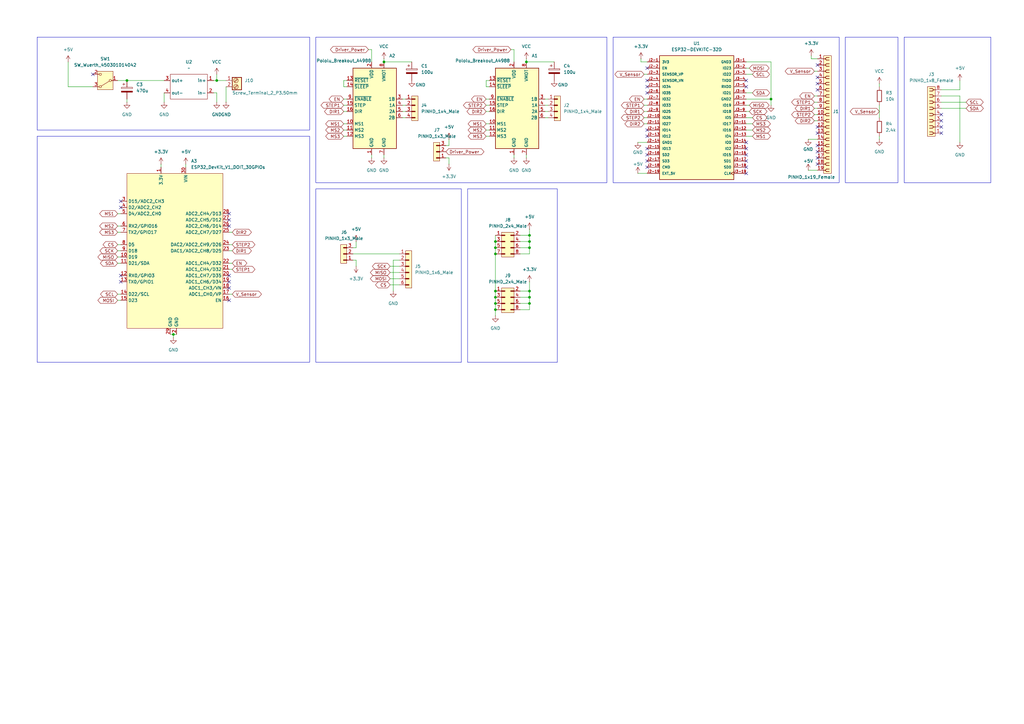
<source format=kicad_sch>
(kicad_sch (version 20250114) (generator "eeschema") (generator_version "9.0")
  (paper "A3")
  (lib_symbols
    (symbol "Driver_Motor:Pololu_Breakout_A4988"
      (property "Reference" "A" (at -2.54 19.05 0))
      (property "Value" "Pololu_Breakout_A4988" (at -2.54 16.51 0))
      (symbol "Pololu_Breakout_A4988_1_1"
        (pin input line (at -10.16 10.16 0) (length 2.54) (name "~{RESET}") (number "13"))
        (pin input line (at -10.16 7.62 0) (length 2.54) (name "~{SLEEP}") (number "14"))
        (pin input line (at -10.16 2.54 0) (length 2.54) (name "~{ENABLE}") (number "9"))
        (pin input line (at -10.16 0 0) (length 2.54) (name "STEP") (number "15"))
        (pin input line (at -10.16 -2.54 0) (length 2.54) (name "DIR") (number "16"))
        (pin input line (at -10.16 -7.62 0) (length 2.54) (name "MS1") (number "10"))
        (pin input line (at -10.16 -10.16 0) (length 2.54) (name "MS2") (number "11"))
        (pin input line (at -10.16 -12.7 0) (length 2.54) (name "MS3") (number "12"))
        (pin power_in line (at 0 17.78 270) (length 2.54) (name "VDD") (number "2"))
        (pin power_in line (at 0 -20.32 90) (length 2.54) (name "GND") (number "1"))
        (pin power_in line (at 5.08 17.78 270) (length 2.54) (name "VMOT") (number "8"))
        (pin power_in line (at 5.08 -20.32 90) (length 2.54) (name "GND") (number "7"))
        (pin output line (at 12.7 2.54 180) (length 2.54) (name "1B") (number "3"))
        (pin output line (at 12.7 0 180) (length 2.54) (name "1A") (number "4"))
        (pin output line (at 12.7 -2.54 180) (length 2.54) (name "2A") (number "5"))
        (pin output line (at 12.7 -5.08 180) (length 2.54) (name "2B") (number "6"))
      )
    )
    (symbol "ESP32-DEVKITC-32D1:ESP32-DEVKITC-32D" (pin_names (offset 1.016))
      (property "Reference" "U" (at -15.2572 26.0643 0))
      (property "Value" "ESP32-DEVKITC-32D" (at -15.2563 -27.9698 0))
      (symbol "ESP32-DEVKITC-32D_0_0"
        (pin power_in line (at -20.32 22.86 0) (length 5.08) (name "3V3") (number "J2-1"))
        (pin input line (at -20.32 20.32 0) (length 5.08) (name "EN") (number "J2-2"))
        (pin input line (at -20.32 17.78 0) (length 5.08) (name "SENSOR_VP") (number "J2-3"))
        (pin input line (at -20.32 15.24 0) (length 5.08) (name "SENSOR_VN") (number "J2-4"))
        (pin bidirectional line (at -20.32 12.7 0) (length 5.08) (name "IO34") (number "J2-5"))
        (pin bidirectional line (at -20.32 10.16 0) (length 5.08) (name "IO35") (number "J2-6"))
        (pin bidirectional line (at -20.32 7.62 0) (length 5.08) (name "IO32") (number "J2-7"))
        (pin bidirectional line (at -20.32 5.08 0) (length 5.08) (name "IO33") (number "J2-8"))
        (pin bidirectional line (at -20.32 2.54 0) (length 5.08) (name "IO25") (number "J2-9"))
        (pin bidirectional line (at -20.32 0 0) (length 5.08) (name "IO26") (number "J2-10"))
        (pin bidirectional line (at -20.32 -2.54 0) (length 5.08) (name "IO27") (number "J2-11"))
        (pin bidirectional line (at -20.32 -5.08 0) (length 5.08) (name "IO14") (number "J2-12"))
        (pin bidirectional line (at -20.32 -7.62 0) (length 5.08) (name "IO12") (number "J2-13"))
        (pin power_in line (at -20.32 -10.16 0) (length 5.08) (name "GND1") (number "J2-14"))
        (pin bidirectional line (at -20.32 -12.7 0) (length 5.08) (name "IO13") (number "J2-15"))
        (pin bidirectional line (at -20.32 -15.24 0) (length 5.08) (name "SD2") (number "J2-16"))
        (pin bidirectional line (at -20.32 -17.78 0) (length 5.08) (name "SD3") (number "J2-17"))
        (pin bidirectional line (at -20.32 -20.32 0) (length 5.08) (name "CMD") (number "J2-18"))
        (pin power_in line (at -20.32 -22.86 0) (length 5.08) (name "EXT_5V") (number "J2-19"))
        (pin power_in line (at 20.32 22.86 180) (length 5.08) (name "GND3") (number "J3-1"))
        (pin bidirectional line (at 20.32 20.32 180) (length 5.08) (name "IO23") (number "J3-2"))
        (pin bidirectional line (at 20.32 17.78 180) (length 5.08) (name "IO22") (number "J3-3"))
        (pin output line (at 20.32 15.24 180) (length 5.08) (name "TXD0") (number "J3-4"))
        (pin input line (at 20.32 12.7 180) (length 5.08) (name "RXD0") (number "J3-5"))
        (pin bidirectional line (at 20.32 10.16 180) (length 5.08) (name "IO21") (number "J3-6"))
        (pin power_in line (at 20.32 7.62 180) (length 5.08) (name "GND2") (number "J3-7"))
        (pin bidirectional line (at 20.32 5.08 180) (length 5.08) (name "IO19") (number "J3-8"))
        (pin bidirectional line (at 20.32 2.54 180) (length 5.08) (name "IO18") (number "J3-9"))
        (pin bidirectional line (at 20.32 0 180) (length 5.08) (name "IO5") (number "J3-10"))
        (pin bidirectional line (at 20.32 -2.54 180) (length 5.08) (name "IO17") (number "J3-11"))
        (pin bidirectional line (at 20.32 -5.08 180) (length 5.08) (name "IO16") (number "J3-12"))
        (pin bidirectional line (at 20.32 -7.62 180) (length 5.08) (name "IO4") (number "J3-13"))
        (pin bidirectional line (at 20.32 -10.16 180) (length 5.08) (name "IO0") (number "J3-14"))
        (pin bidirectional line (at 20.32 -12.7 180) (length 5.08) (name "IO2") (number "J3-15"))
        (pin bidirectional line (at 20.32 -15.24 180) (length 5.08) (name "IO15") (number "J3-16"))
        (pin bidirectional line (at 20.32 -17.78 180) (length 5.08) (name "SD1") (number "J3-17"))
        (pin bidirectional line (at 20.32 -20.32 180) (length 5.08) (name "SD0") (number "J3-18"))
        (pin input clock (at 20.32 -22.86 180) (length 5.08) (name "CLK") (number "J3-19"))
      )
    )
    (symbol "PCM_Capacitor_AKL:CP_Radial_D5.0mm_P2.50mm" (pin_numbers (hide yes)) (pin_names (offset 0.254))
      (property "Reference" "C" (at 0.635 2.54 0))
      (property "Value" "CP_Radial_D5.0mm_P2.50mm" (at 0.635 -2.54 0))
      (symbol "CP_Radial_D5.0mm_P2.50mm_1_1"
        (pin passive line (at 0 3.81 270) (length 2.794) (name "~") (number "1"))
        (pin passive line (at 0 -3.81 90) (length 2.794) (name "~") (number "2"))
      )
      (symbol "CP_Radial_D5.0mm_P2.50mm_1_2"
        (pin passive line (at -2.54 -2.54 90) (length 0) (name "~") (number "2"))
        (pin passive line (at 2.54 2.54 270) (length 0) (name "~") (number "1"))
      )
    )
    (symbol "PCM_SL_Development_Board:ESP32_DevKit_V1_DOIT_30GPIOs"
      (property "Reference" "A" (at -11.43 34.29 0))
      (property "Value" "ESP32_DevKit_V1_DOIT_30GPIOs" (at 2.54 -22.86 0))
      (symbol "ESP32_DevKit_V1_DOIT_30GPIOs_1_1"
        (pin bidirectional line (at -21.59 21.59 0) (length 2.54) (name "D15/ADC2_CH3") (number "3"))
        (pin bidirectional line (at -21.59 19.05 0) (length 2.54) (name "D2/ADC2_CH2") (number "4"))
        (pin bidirectional line (at -21.59 16.51 0) (length 2.54) (name "D4/ADC2_CH0") (number "5"))
        (pin bidirectional line (at -21.59 11.43 0) (length 2.54) (name "RX2/GPIO16") (number "6"))
        (pin bidirectional line (at -21.59 8.89 0) (length 2.54) (name "TX2/GPIO17") (number "7"))
        (pin bidirectional line (at -21.59 3.81 0) (length 2.54) (name "D5") (number "8"))
        (pin bidirectional line (at -21.59 1.27 0) (length 2.54) (name "D18") (number "9"))
        (pin bidirectional line (at -21.59 -1.27 0) (length 2.54) (name "D19") (number "10"))
        (pin bidirectional line (at -21.59 -3.81 0) (length 2.54) (name "D21/SDA") (number "11"))
        (pin bidirectional line (at -21.59 -8.89 0) (length 2.54) (name "RX0/GPIO3") (number "12"))
        (pin bidirectional line (at -21.59 -11.43 0) (length 2.54) (name "TX0/GPIO1") (number "13"))
        (pin bidirectional line (at -21.59 -16.51 0) (length 2.54) (name "D22/SCL") (number "14"))
        (pin bidirectional line (at -21.59 -19.05 0) (length 2.54) (name "D23") (number "15"))
        (pin power_in line (at -5.08 35.56 270) (length 2.54) (name "3.3V") (number "1"))
        (pin power_in line (at -1.27 -33.02 90) (length 2.54) (name "GND") (number "29"))
        (pin power_in line (at 1.27 -33.02 90) (length 2.54) (name "GND") (number "2"))
        (pin power_in line (at 5.08 35.56 270) (length 2.54) (name "VIN") (number "30"))
        (pin bidirectional line (at 22.86 16.51 180) (length 2.54) (name "ADC2_CH4/D13") (number "28"))
        (pin bidirectional line (at 22.86 13.97 180) (length 2.54) (name "ADC2_CH5/D12") (number "27"))
        (pin bidirectional line (at 22.86 11.43 180) (length 2.54) (name "ADC2_CH6/D14") (number "26"))
        (pin bidirectional line (at 22.86 8.89 180) (length 2.54) (name "ADC2_CH7/D27") (number "25"))
        (pin bidirectional line (at 22.86 3.81 180) (length 2.54) (name "DAC2/ADC2_CH9/D26") (number "24"))
        (pin bidirectional line (at 22.86 1.27 180) (length 2.54) (name "DAC1/ADC2_CH8/D25") (number "23"))
        (pin bidirectional line (at 22.86 -3.81 180) (length 2.54) (name "ADC1_CH4/D32") (number "22"))
        (pin bidirectional line (at 22.86 -6.35 180) (length 2.54) (name "ADC1_CH4/D32") (number "21"))
        (pin bidirectional line (at 22.86 -8.89 180) (length 2.54) (name "ADC1_CH7/D35") (number "20"))
        (pin bidirectional line (at 22.86 -11.43 180) (length 2.54) (name "ADC1_CH6/D34") (number "19"))
        (pin bidirectional line (at 22.86 -13.97 180) (length 2.54) (name "ADC1_CH3/VN") (number "18"))
        (pin bidirectional line (at 22.86 -16.51 180) (length 2.54) (name "ADC1_CH0/VP") (number "17"))
        (pin bidirectional line (at 22.86 -19.05 180) (length 2.54) (name "EN") (number "16"))
      )
    )
    (symbol "PCM_SL_Pin_Headers:PINHD_1x19_Female"
      (property "Reference" "J" (at 0 29.21 0))
      (property "Value" "PINHD_1x19_Female" (at 0 26.67 0))
      (symbol "PINHD_1x19_Female_1_1"
        (pin passive line (at -3.81 22.86 0) (length 2.54) (name "") (number "1"))
        (pin passive line (at -3.81 20.32 0) (length 2.54) (name "") (number "2"))
        (pin passive line (at -3.81 17.78 0) (length 2.54) (name "") (number "3"))
        (pin passive line (at -3.81 15.24 0) (length 2.54) (name "") (number "4"))
        (pin passive line (at -3.81 12.7 0) (length 2.54) (name "") (number "5"))
        (pin passive line (at -3.81 10.16 0) (length 2.54) (name "") (number "6"))
        (pin passive line (at -3.81 7.62 0) (length 2.54) (name "") (number "7"))
        (pin passive line (at -3.81 5.08 0) (length 2.54) (name "") (number "8"))
        (pin passive line (at -3.81 2.54 0) (length 2.54) (name "") (number "9"))
        (pin passive line (at -3.81 0 0) (length 2.54) (name "") (number "10"))
        (pin passive line (at -3.81 -2.54 0) (length 2.54) (name "") (number "11"))
        (pin passive line (at -3.81 -5.08 0) (length 2.54) (name "") (number "12"))
        (pin passive line (at -3.81 -7.62 0) (length 2.54) (name "") (number "13"))
        (pin passive line (at -3.81 -10.16 0) (length 2.54) (name "") (number "14"))
        (pin passive line (at -3.81 -12.7 0) (length 2.54) (name "") (number "15"))
        (pin passive line (at -3.81 -15.24 0) (length 2.54) (name "") (number "16"))
        (pin passive line (at -3.81 -17.78 0) (length 2.54) (name "") (number "17"))
        (pin passive line (at -3.81 -20.32 0) (length 2.54) (name "") (number "18"))
        (pin passive line (at -3.81 -22.86 0) (length 2.54) (name "") (number "19"))
      )
    )
    (symbol "PCM_SL_Pin_Headers:PINHD_1x3_Male"
      (property "Reference" "J" (at 0 7.62 0))
      (property "Value" "PINHD_1x3_Male" (at 0 5.08 0))
      (symbol "PINHD_1x3_Male_1_1"
        (pin passive line (at -3.81 2.54 0) (length 2.54) (name "") (number "1"))
        (pin passive line (at -3.81 0 0) (length 2.54) (name "") (number "2"))
        (pin passive line (at -3.81 -2.54 0) (length 2.54) (name "") (number "3"))
      )
    )
    (symbol "PCM_SL_Pin_Headers:PINHD_1x4_Male"
      (property "Reference" "J" (at 0 8.89 0))
      (property "Value" "PINHD_1x4_Male" (at 0 6.35 0))
      (symbol "PINHD_1x4_Male_1_1"
        (pin passive line (at -3.81 3.81 0) (length 2.54) (name "") (number "1"))
        (pin passive line (at -3.81 1.27 0) (length 2.54) (name "") (number "2"))
        (pin passive line (at -3.81 -1.27 0) (length 2.54) (name "") (number "3"))
        (pin passive line (at -3.81 -3.81 0) (length 2.54) (name "") (number "4"))
      )
    )
    (symbol "PCM_SL_Pin_Headers:PINHD_1x6_Male"
      (property "Reference" "J" (at 0 11.43 0))
      (property "Value" "PINHD_1x6_Male" (at 0 8.89 0))
      (symbol "PINHD_1x6_Male_1_1"
        (pin passive line (at -3.81 6.35 0) (length 2.54) (name "") (number "1"))
        (pin passive line (at -3.81 3.81 0) (length 2.54) (name "") (number "2"))
        (pin passive line (at -3.81 1.27 0) (length 2.54) (name "") (number "3"))
        (pin passive line (at -3.81 -1.27 0) (length 2.54) (name "") (number "4"))
        (pin passive line (at -3.81 -3.81 0) (length 2.54) (name "") (number "5"))
        (pin passive line (at -3.81 -6.35 0) (length 2.54) (name "") (number "6"))
      )
    )
    (symbol "PCM_SL_Pin_Headers:PINHD_1x8_Female"
      (property "Reference" "J" (at 0 15.24 0))
      (property "Value" "PINHD_1x8_Female" (at 0 12.7 0))
      (symbol "PINHD_1x8_Female_1_1"
        (pin passive line (at -3.81 8.89 0) (length 2.54) (name "") (number "1"))
        (pin passive line (at -3.81 6.35 0) (length 2.54) (name "") (number "2"))
        (pin passive line (at -3.81 3.81 0) (length 2.54) (name "") (number "3"))
        (pin passive line (at -3.81 1.27 0) (length 2.54) (name "") (number "4"))
        (pin passive line (at -3.81 -1.27 0) (length 2.54) (name "") (number "5"))
        (pin passive line (at -3.81 -3.81 0) (length 2.54) (name "") (number "6"))
        (pin passive line (at -3.81 -6.35 0) (length 2.54) (name "") (number "7"))
        (pin passive line (at -3.81 -8.89 0) (length 2.54) (name "") (number "8"))
      )
    )
    (symbol "PCM_SL_Pin_Headers:PINHD_2x4_Male"
      (property "Reference" "J" (at -1.27 8.89 0))
      (property "Value" "PINHD_2x4_Male" (at -1.27 6.35 0))
      (symbol "PINHD_2x4_Male_1_1"
        (pin passive line (at -5.08 3.81 0) (length 2.54) (name "") (number "1"))
        (pin passive line (at -5.08 1.27 0) (length 2.54) (name "") (number "3"))
        (pin passive line (at -5.08 -1.27 0) (length 2.54) (name "") (number "5"))
        (pin passive line (at -5.08 -3.81 0) (length 2.54) (name "") (number "7"))
        (pin passive line (at 5.08 3.81 180) (length 2.54) (name "") (number "2"))
        (pin passive line (at 5.08 1.27 180) (length 2.54) (name "") (number "4"))
        (pin passive line (at 5.08 -1.27 180) (length 2.54) (name "") (number "6"))
        (pin passive line (at 5.08 -3.81 180) (length 2.54) (name "") (number "8"))
      )
    )
    (symbol "PCM_SL_Resistors:Resistor"
      (property "Reference" "R" (at 0 5.08 0))
      (property "Value" "Resistor" (at 0 2.54 0))
      (symbol "Resistor_1_1"
        (pin passive line (at -3.81 0 0) (length 1.5) (name "") (number "1"))
        (pin passive line (at 3.81 0 180) (length 1.5) (name "~") (number "2"))
      )
    )
    (symbol "PCM_SL_Screw_Terminal:Screw_Terminal_2_P3.50mm"
      (property "Reference" "J" (at 0 3.81 0))
      (property "Value" "Screw_Terminal_2_P3.50mm" (at 0 -3.81 0))
      (symbol "Screw_Terminal_2_P3.50mm_1_1"
        (pin passive line (at -3.81 1.27 0) (length 2.54) (name "") (number "1"))
        (pin passive line (at -3.81 -1.27 0) (length 2.54) (name "") (number "2"))
      )
    )
    (symbol "Switch:SW_Wuerth_450301014042" (pin_names (offset 1) (hide yes))
      (property "Reference" "SW" (at 0 5.08 0))
      (property "Value" "SW_Wuerth_450301014042" (at 0 -5.08 0))
      (symbol "SW_Wuerth_450301014042_1_1"
        (pin passive line (at -5.08 0 0) (length 2.54) (name "B") (number "1"))
        (pin passive line (at 5.08 2.54 180) (length 2.54) (name "A") (number "3"))
        (pin passive line (at 5.08 -2.54 180) (length 2.54) (name "C") (number "2"))
      )
    )
    (symbol "mini360:DC-DC_Step_Down_Converter_mini_360"
      (property "Reference" "U" (at -14.224 7.62 0))
      (symbol "DC-DC_Step_Down_Converter_mini_360_1_1"
        (pin power_in line (at -2.54 10.16 270) (length 2.54) (name "in+") (number "1"))
        (pin power_out line (at -2.54 -10.16 90) (length 2.54) (name "out+") (number "3"))
        (pin power_in line (at 2.54 10.16 270) (length 2.54) (name "in-") (number "2"))
        (pin power_out line (at 2.54 -10.16 90) (length 2.54) (name "out-") (number "4"))
      )
    )
    (symbol "power:+3.3V" (power) (pin_numbers (hide yes)) (pin_names (offset 0) (hide yes))
      (property "Value" "+3.3V" (at 0 3.556 0))
      (symbol "+3.3V_1_1"
        (pin power_in line (at 0 0 90) (length 0) (name "~") (number "1"))
      )
    )
    (symbol "power:+5V" (power) (pin_numbers (hide yes)) (pin_names (offset 0) (hide yes))
      (property "Value" "+5V" (at 0 3.556 0))
      (symbol "+5V_1_1"
        (pin power_in line (at 0 0 90) (length 0) (name "~") (number "1"))
      )
    )
    (symbol "power:GND" (power) (pin_numbers (hide yes)) (pin_names (offset 0) (hide yes))
      (property "Value" "GND" (at 0 -3.81 0))
      (symbol "GND_1_1"
        (pin power_in line (at 0 0 270) (length 0) (name "~") (number "1"))
      )
    )
    (symbol "power:VCC" (power) (pin_numbers (hide yes)) (pin_names (offset 0) (hide yes))
      (property "Value" "VCC" (at 0 3.556 0))
      (symbol "VCC_1_1"
        (pin power_in line (at 0 0 90) (length 0) (name "~") (number "1"))
      )
    )
  )
  (rectangle (start 346.71 15.24) (end 368.3 74.93))
  (rectangle (start 15.24 15.24) (end 127 53.34))
  (rectangle (start 15.24 55.88) (end 127 148.59))
  (rectangle (start 129.54 15.24) (end 248.92 74.93))
  (rectangle (start 370.84 15.24) (end 406.4 74.93))
  (rectangle (start 129.54 77.47) (end 189.23 148.59))
  (rectangle (start 191.77 77.47) (end 228.6 148.59))
  (rectangle (start 251.46 15.24) (end 344.17 74.93))
  (junction (at 217.17 124.46))
  (junction (at 157.48 25.4))
  (junction (at 316.23 40.64))
  (junction (at 215.9 25.4))
  (junction (at 203.2 124.46))
  (junction (at 217.17 121.92))
  (junction (at 203.2 104.14))
  (junction (at 88.9 33.02))
  (junction (at 203.2 127))
  (junction (at 217.17 119.38))
  (junction (at 71.12 137.16))
  (junction (at 203.2 119.38))
  (junction (at 217.17 99.06))
  (junction (at 203.2 101.6))
  (junction (at 217.17 101.6))
  (junction (at 217.17 96.52))
  (junction (at 203.2 99.06))
  (junction (at 52.07 33.02))
  (junction (at 203.2 121.92))
  (no_connect (at 49.53 82.55))
  (no_connect (at 335.28 67.31))
  (no_connect (at 306.07 66.04))
  (no_connect (at 335.28 59.69))
  (no_connect (at 335.28 52.07))
  (no_connect (at 49.53 113.03))
  (no_connect (at 335.28 34.29))
  (no_connect (at 93.98 87.63))
  (no_connect (at 265.43 63.5))
  (no_connect (at 335.28 31.75))
  (no_connect (at 265.43 66.04))
  (no_connect (at 306.07 68.58))
  (no_connect (at 93.98 113.03))
  (no_connect (at 386.08 54.61))
  (no_connect (at 265.43 68.58))
  (no_connect (at 265.43 53.34))
  (no_connect (at 306.07 33.02))
  (no_connect (at 265.43 35.56))
  (no_connect (at 38.1 30.48))
  (no_connect (at 265.43 27.94))
  (no_connect (at 93.98 123.19))
  (no_connect (at 335.28 26.67))
  (no_connect (at 306.07 58.42))
  (no_connect (at 265.43 33.02))
  (no_connect (at 93.98 90.17))
  (no_connect (at 306.07 71.12))
  (no_connect (at 306.07 35.56))
  (no_connect (at 386.08 46.99))
  (no_connect (at 335.28 62.23))
  (no_connect (at 335.28 64.77))
  (no_connect (at 93.98 115.57))
  (no_connect (at 265.43 55.88))
  (no_connect (at 306.07 63.5))
  (no_connect (at 93.98 118.11))
  (no_connect (at 93.98 92.71))
  (no_connect (at 386.08 52.07))
  (no_connect (at 49.53 85.09))
  (no_connect (at 335.28 54.61))
  (no_connect (at 306.07 60.96))
  (no_connect (at 335.28 36.83))
  (no_connect (at 49.53 115.57))
  (no_connect (at 386.08 49.53))
  (no_connect (at 265.43 38.1))
  (no_connect (at 265.43 60.96))
  (wire (pts (xy 48.26 107.95) (xy 49.53 107.95)))
  (wire (pts (xy 87.63 38.1) (xy 88.9 38.1)))
  (wire (pts (xy 199.39 33.02) (xy 199.39 35.56)))
  (wire (pts (xy 203.2 124.46) (xy 203.2 127)))
  (wire (pts (xy 157.48 24.13) (xy 157.48 25.4)))
  (wire (pts (xy 217.17 124.46) (xy 217.17 127)))
  (wire (pts (xy 223.52 45.72) (xy 224.79 45.72)))
  (wire (pts (xy 264.16 48.26) (xy 265.43 48.26)))
  (wire (pts (xy 213.36 124.46) (xy 217.17 124.46)))
  (wire (pts (xy 157.48 63.5) (xy 157.48 64.77)))
  (wire (pts (xy 332.74 22.86) (xy 332.74 24.13)))
  (wire (pts (xy 48.26 87.63) (xy 49.53 87.63)))
  (wire (pts (xy 88.9 33.02) (xy 92.71 33.02)))
  (wire (pts (xy 217.17 127) (xy 213.36 127)))
  (wire (pts (xy 157.48 25.4) (xy 168.91 25.4)))
  (wire (pts (xy 48.26 120.65) (xy 49.53 120.65)))
  (wire (pts (xy 332.74 24.13) (xy 335.28 24.13)))
  (wire (pts (xy 151.13 20.32) (xy 152.4 20.32)))
  (wire (pts (xy 386.08 41.91) (xy 396.24 41.91)))
  (wire (pts (xy 199.39 35.56) (xy 200.66 35.56)))
  (wire (pts (xy 142.24 33.02) (xy 140.97 33.02)))
  (wire (pts (xy 306.07 25.4) (xy 316.23 25.4)))
  (wire (pts (xy 360.68 35.56) (xy 360.68 34.29)))
  (wire (pts (xy 66.04 67.31) (xy 66.04 68.58)))
  (wire (pts (xy 144.78 104.14) (xy 163.83 104.14)))
  (wire (pts (xy 217.17 115.57) (xy 217.17 119.38)))
  (wire (pts (xy 264.16 30.48) (xy 265.43 30.48)))
  (wire (pts (xy 386.08 39.37) (xy 393.7 39.37)))
  (wire (pts (xy 203.2 119.38) (xy 203.2 121.92)))
  (wire (pts (xy 95.25 107.95) (xy 93.98 107.95)))
  (wire (pts (xy 184.15 57.15) (xy 184.15 59.69)))
  (wire (pts (xy 165.1 40.64) (xy 166.37 40.64)))
  (wire (pts (xy 213.36 99.06) (xy 217.17 99.06)))
  (wire (pts (xy 87.63 33.02) (xy 88.9 33.02)))
  (wire (pts (xy 199.39 43.18) (xy 200.66 43.18)))
  (wire (pts (xy 140.97 43.18) (xy 142.24 43.18)))
  (wire (pts (xy 265.43 71.12) (xy 261.62 71.12)))
  (wire (pts (xy 182.88 64.77) (xy 184.15 64.77)))
  (wire (pts (xy 140.97 55.88) (xy 142.24 55.88)))
  (wire (pts (xy 140.97 35.56) (xy 142.24 35.56)))
  (wire (pts (xy 48.26 105.41) (xy 49.53 105.41)))
  (wire (pts (xy 146.05 109.22) (xy 146.05 106.68)))
  (wire (pts (xy 264.16 40.64) (xy 265.43 40.64)))
  (wire (pts (xy 334.01 44.45) (xy 335.28 44.45)))
  (wire (pts (xy 48.26 100.33) (xy 49.53 100.33)))
  (wire (pts (xy 306.07 40.64) (xy 316.23 40.64)))
  (wire (pts (xy 261.62 58.42) (xy 265.43 58.42)))
  (wire (pts (xy 262.89 25.4) (xy 265.43 25.4)))
  (wire (pts (xy 316.23 40.64) (xy 316.23 25.4)))
  (wire (pts (xy 161.29 106.68) (xy 161.29 119.38)))
  (wire (pts (xy 262.89 24.13) (xy 262.89 25.4)))
  (wire (pts (xy 306.07 30.48) (xy 308.61 30.48)))
  (wire (pts (xy 52.07 40.64) (xy 52.07 41.91)))
  (wire (pts (xy 360.68 43.18) (xy 360.68 48.26)))
  (wire (pts (xy 69.85 137.16) (xy 71.12 137.16)))
  (wire (pts (xy 144.78 101.6) (xy 146.05 101.6)))
  (wire (pts (xy 48.26 123.19) (xy 49.53 123.19)))
  (wire (pts (xy 199.39 45.72) (xy 200.66 45.72)))
  (wire (pts (xy 95.25 102.87) (xy 93.98 102.87)))
  (wire (pts (xy 215.9 63.5) (xy 215.9 64.77)))
  (wire (pts (xy 71.12 137.16) (xy 72.39 137.16)))
  (wire (pts (xy 140.97 40.64) (xy 142.24 40.64)))
  (wire (pts (xy 215.9 24.13) (xy 215.9 25.4)))
  (wire (pts (xy 165.1 48.26) (xy 166.37 48.26)))
  (wire (pts (xy 386.08 36.83) (xy 393.7 36.83)))
  (wire (pts (xy 88.9 38.1) (xy 88.9 41.91)))
  (wire (pts (xy 199.39 55.88) (xy 200.66 55.88)))
  (wire (pts (xy 203.2 96.52) (xy 203.2 99.06)))
  (wire (pts (xy 334.01 46.99) (xy 335.28 46.99)))
  (wire (pts (xy 203.2 104.14) (xy 203.2 119.38)))
  (wire (pts (xy 140.97 50.8) (xy 142.24 50.8)))
  (wire (pts (xy 306.07 55.88) (xy 308.61 55.88)))
  (wire (pts (xy 146.05 99.06) (xy 146.05 101.6)))
  (wire (pts (xy 160.02 114.3) (xy 163.83 114.3)))
  (wire (pts (xy 199.39 53.34) (xy 200.66 53.34)))
  (wire (pts (xy 217.17 119.38) (xy 217.17 121.92)))
  (wire (pts (xy 264.16 45.72) (xy 265.43 45.72)))
  (wire (pts (xy 52.07 33.02) (xy 67.31 33.02)))
  (wire (pts (xy 27.94 35.56) (xy 38.1 35.56)))
  (wire (pts (xy 95.25 110.49) (xy 93.98 110.49)))
  (wire (pts (xy 215.9 25.4) (xy 227.33 25.4)))
  (wire (pts (xy 360.68 55.88) (xy 360.68 57.15)))
  (wire (pts (xy 334.01 29.21) (xy 335.28 29.21)))
  (wire (pts (xy 210.82 20.32) (xy 210.82 25.4)))
  (wire (pts (xy 223.52 48.26) (xy 224.79 48.26)))
  (wire (pts (xy 203.2 121.92) (xy 203.2 124.46)))
  (wire (pts (xy 152.4 20.32) (xy 152.4 25.4)))
  (wire (pts (xy 393.7 33.02) (xy 393.7 36.83)))
  (wire (pts (xy 334.01 39.37) (xy 335.28 39.37)))
  (wire (pts (xy 199.39 50.8) (xy 200.66 50.8)))
  (wire (pts (xy 92.71 35.56) (xy 92.71 41.91)))
  (wire (pts (xy 140.97 33.02) (xy 140.97 35.56)))
  (wire (pts (xy 48.26 95.25) (xy 49.53 95.25)))
  (wire (pts (xy 203.2 101.6) (xy 203.2 104.14)))
  (wire (pts (xy 140.97 53.34) (xy 142.24 53.34)))
  (wire (pts (xy 223.52 43.18) (xy 224.79 43.18)))
  (wire (pts (xy 27.94 25.4) (xy 27.94 35.56)))
  (wire (pts (xy 93.98 120.65) (xy 95.25 120.65)))
  (wire (pts (xy 48.26 102.87) (xy 49.53 102.87)))
  (wire (pts (xy 308.61 38.1) (xy 306.07 38.1)))
  (wire (pts (xy 165.1 43.18) (xy 166.37 43.18)))
  (wire (pts (xy 264.16 50.8) (xy 265.43 50.8)))
  (wire (pts (xy 163.83 106.68) (xy 161.29 106.68)))
  (wire (pts (xy 217.17 96.52) (xy 217.17 99.06)))
  (wire (pts (xy 76.2 67.31) (xy 76.2 68.58)))
  (wire (pts (xy 213.36 101.6) (xy 217.17 101.6)))
  (wire (pts (xy 217.17 99.06) (xy 217.17 101.6)))
  (wire (pts (xy 213.36 119.38) (xy 217.17 119.38)))
  (wire (pts (xy 203.2 127) (xy 203.2 129.54)))
  (wire (pts (xy 335.28 69.85) (xy 331.47 69.85)))
  (wire (pts (xy 160.02 116.84) (xy 163.83 116.84)))
  (wire (pts (xy 217.17 101.6) (xy 217.17 104.14)))
  (wire (pts (xy 217.17 93.98) (xy 217.17 96.52)))
  (wire (pts (xy 306.07 53.34) (xy 308.61 53.34)))
  (wire (pts (xy 200.66 33.02) (xy 199.39 33.02)))
  (wire (pts (xy 209.55 20.32) (xy 210.82 20.32)))
  (wire (pts (xy 182.88 59.69) (xy 184.15 59.69)))
  (wire (pts (xy 306.07 50.8) (xy 308.61 50.8)))
  (wire (pts (xy 264.16 43.18) (xy 265.43 43.18)))
  (wire (pts (xy 306.07 45.72) (xy 307.34 45.72)))
  (wire (pts (xy 223.52 40.64) (xy 224.79 40.64)))
  (wire (pts (xy 184.15 67.31) (xy 184.15 64.77)))
  (wire (pts (xy 334.01 41.91) (xy 335.28 41.91)))
  (wire (pts (xy 165.1 45.72) (xy 166.37 45.72)))
  (wire (pts (xy 144.78 106.68) (xy 146.05 106.68)))
  (wire (pts (xy 306.07 48.26) (xy 308.61 48.26)))
  (wire (pts (xy 213.36 121.92) (xy 217.17 121.92)))
  (wire (pts (xy 306.07 27.94) (xy 307.34 27.94)))
  (wire (pts (xy 67.31 38.1) (xy 67.31 41.91)))
  (wire (pts (xy 217.17 121.92) (xy 217.17 124.46)))
  (wire (pts (xy 160.02 111.76) (xy 163.83 111.76)))
  (wire (pts (xy 71.12 137.16) (xy 71.12 138.43)))
  (wire (pts (xy 160.02 109.22) (xy 163.83 109.22)))
  (wire (pts (xy 95.25 100.33) (xy 93.98 100.33)))
  (wire (pts (xy 199.39 40.64) (xy 200.66 40.64)))
  (wire (pts (xy 88.9 30.48) (xy 88.9 33.02)))
  (wire (pts (xy 95.25 95.25) (xy 93.98 95.25)))
  (wire (pts (xy 386.08 44.45) (xy 396.24 44.45)))
  (wire (pts (xy 152.4 64.77) (xy 152.4 63.5)))
  (wire (pts (xy 217.17 104.14) (xy 213.36 104.14)))
  (wire (pts (xy 393.7 58.42) (xy 393.7 39.37)))
  (wire (pts (xy 316.23 43.18) (xy 316.23 40.64)))
  (wire (pts (xy 331.47 57.15) (xy 335.28 57.15)))
  (wire (pts (xy 140.97 45.72) (xy 142.24 45.72)))
  (wire (pts (xy 213.36 96.52) (xy 217.17 96.52)))
  (wire (pts (xy 210.82 64.77) (xy 210.82 63.5)))
  (wire (pts (xy 203.2 99.06) (xy 203.2 101.6)))
  (wire (pts (xy 334.01 49.53) (xy 335.28 49.53)))
  (wire (pts (xy 306.07 43.18) (xy 307.34 43.18)))
  (wire (pts (xy 48.26 92.71) (xy 49.53 92.71)))
  (wire (pts (xy 48.26 33.02) (xy 52.07 33.02)))
  (global_label "DIR2" (shape bidirectional) (at 95.25 95.25 0) (property "Intersheetrefs" "${INTERSHEET_REFS}" (effects (hide yes))))
  (global_label "MISO" (shape bidirectional) (at 48.26 105.41 180) (property "Intersheetrefs" "${INTERSHEET_REFS}" (effects (hide yes))))
  (global_label "SCL" (shape bidirectional) (at 48.26 120.65 180) (property "Intersheetrefs" "${INTERSHEET_REFS}" (effects (hide yes))))
  (global_label "V_Sensor" (shape bidirectional) (at 360.68 45.72 180) (property "Intersheetrefs" "${INTERSHEET_REFS}" (effects (hide yes))))
  (global_label "MS2" (shape bidirectional) (at 308.61 53.34 0) (property "Intersheetrefs" "${INTERSHEET_REFS}" (effects (hide yes))))
  (global_label "MS3" (shape bidirectional) (at 308.61 50.8 0) (property "Intersheetrefs" "${INTERSHEET_REFS}" (effects (hide yes))))
  (global_label "MOSI" (shape bidirectional) (at 160.02 114.3 180) (property "Intersheetrefs" "${INTERSHEET_REFS}" (effects (hide yes))))
  (global_label "DIR1" (shape bidirectional) (at 334.01 44.45 180) (property "Intersheetrefs" "${INTERSHEET_REFS}" (effects (hide yes))))
  (global_label "DIR1" (shape bidirectional) (at 264.16 45.72 180) (property "Intersheetrefs" "${INTERSHEET_REFS}" (effects (hide yes))))
  (global_label "STEP2" (shape bidirectional) (at 334.01 46.99 180) (property "Intersheetrefs" "${INTERSHEET_REFS}" (effects (hide yes))))
  (global_label "SCL" (shape bidirectional) (at 308.61 30.48 0) (property "Intersheetrefs" "${INTERSHEET_REFS}" (effects (hide yes))))
  (global_label "CS" (shape bidirectional) (at 160.02 116.84 180) (property "Intersheetrefs" "${INTERSHEET_REFS}" (effects (hide yes))))
  (global_label "MOSI" (shape bidirectional) (at 48.26 123.19 180) (property "Intersheetrefs" "${INTERSHEET_REFS}" (effects (hide yes))))
  (global_label "STEP1" (shape bidirectional) (at 95.25 110.49 0) (property "Intersheetrefs" "${INTERSHEET_REFS}" (effects (hide yes))))
  (global_label "STEP1" (shape bidirectional) (at 334.01 41.91 180) (property "Intersheetrefs" "${INTERSHEET_REFS}" (effects (hide yes))))
  (global_label "STEP2" (shape bidirectional) (at 199.39 43.18 180) (property "Intersheetrefs" "${INTERSHEET_REFS}" (effects (hide yes))))
  (global_label "MOSI" (shape bidirectional) (at 307.34 27.94 0) (property "Intersheetrefs" "${INTERSHEET_REFS}" (effects (hide yes))))
  (global_label "SDA" (shape bidirectional) (at 308.61 38.1 0) (property "Intersheetrefs" "${INTERSHEET_REFS}" (effects (hide yes))))
  (global_label "SCK" (shape bidirectional) (at 160.02 109.22 180) (property "Intersheetrefs" "${INTERSHEET_REFS}" (effects (hide yes))))
  (global_label "SCK" (shape bidirectional) (at 307.34 45.72 0) (property "Intersheetrefs" "${INTERSHEET_REFS}" (effects (hide yes))))
  (global_label "MS3" (shape bidirectional) (at 199.39 55.88 180) (property "Intersheetrefs" "${INTERSHEET_REFS}" (effects (hide yes))))
  (global_label "MISO" (shape bidirectional) (at 160.02 111.76 180) (property "Intersheetrefs" "${INTERSHEET_REFS}" (effects (hide yes))))
  (global_label "SDA" (shape bidirectional) (at 48.26 107.95 180) (property "Intersheetrefs" "${INTERSHEET_REFS}" (effects (hide yes))))
  (global_label "EN" (shape bidirectional) (at 199.39 40.64 180) (property "Intersheetrefs" "${INTERSHEET_REFS}" (effects (hide yes))))
  (global_label "V_Sensor" (shape bidirectional) (at 264.16 30.48 180) (property "Intersheetrefs" "${INTERSHEET_REFS}" (effects (hide yes))))
  (global_label "SCL" (shape bidirectional) (at 396.24 41.91 0) (property "Intersheetrefs" "${INTERSHEET_REFS}" (effects (hide yes))))
  (global_label "CS" (shape bidirectional) (at 308.61 48.26 0) (property "Intersheetrefs" "${INTERSHEET_REFS}" (effects (hide yes))))
  (global_label "Driver_Power" (shape bidirectional) (at 182.88 62.23 0) (property "Intersheetrefs" "${INTERSHEET_REFS}" (effects (hide yes))))
  (global_label "MS1" (shape bidirectional) (at 140.97 50.8 180) (property "Intersheetrefs" "${INTERSHEET_REFS}" (effects (hide yes))))
  (global_label "V_Sensor" (shape bidirectional) (at 95.25 120.65 0) (property "Intersheetrefs" "${INTERSHEET_REFS}" (effects (hide yes))))
  (global_label "MS2" (shape bidirectional) (at 140.97 53.34 180) (property "Intersheetrefs" "${INTERSHEET_REFS}" (effects (hide yes))))
  (global_label "V_Sensor" (shape bidirectional) (at 334.01 29.21 180) (property "Intersheetrefs" "${INTERSHEET_REFS}" (effects (hide yes))))
  (global_label "DIR1" (shape bidirectional) (at 95.25 102.87 0) (property "Intersheetrefs" "${INTERSHEET_REFS}" (effects (hide yes))))
  (global_label "CS" (shape bidirectional) (at 48.26 100.33 180) (property "Intersheetrefs" "${INTERSHEET_REFS}" (effects (hide yes))))
  (global_label "STEP2" (shape bidirectional) (at 95.25 100.33 0) (property "Intersheetrefs" "${INTERSHEET_REFS}" (effects (hide yes))))
  (global_label "MS1" (shape bidirectional) (at 48.26 87.63 180) (property "Intersheetrefs" "${INTERSHEET_REFS}" (effects (hide yes))))
  (global_label "Driver_Power" (shape bidirectional) (at 209.55 20.32 180) (property "Intersheetrefs" "${INTERSHEET_REFS}" (effects (hide yes))))
  (global_label "EN" (shape bidirectional) (at 264.16 40.64 180) (property "Intersheetrefs" "${INTERSHEET_REFS}" (effects (hide yes))))
  (global_label "MS3" (shape bidirectional) (at 48.26 95.25 180) (property "Intersheetrefs" "${INTERSHEET_REFS}" (effects (hide yes))))
  (global_label "MISO" (shape bidirectional) (at 307.34 43.18 0) (property "Intersheetrefs" "${INTERSHEET_REFS}" (effects (hide yes))))
  (global_label "DIR2" (shape bidirectional) (at 334.01 49.53 180) (property "Intersheetrefs" "${INTERSHEET_REFS}" (effects (hide yes))))
  (global_label "SCK" (shape bidirectional) (at 48.26 102.87 180) (property "Intersheetrefs" "${INTERSHEET_REFS}" (effects (hide yes))))
  (global_label "MS2" (shape bidirectional) (at 199.39 53.34 180) (property "Intersheetrefs" "${INTERSHEET_REFS}" (effects (hide yes))))
  (global_label "EN" (shape bidirectional) (at 140.97 40.64 180) (property "Intersheetrefs" "${INTERSHEET_REFS}" (effects (hide yes))))
  (global_label "MS2" (shape bidirectional) (at 48.26 92.71 180) (property "Intersheetrefs" "${INTERSHEET_REFS}" (effects (hide yes))))
  (global_label "STEP2" (shape bidirectional) (at 264.16 48.26 180) (property "Intersheetrefs" "${INTERSHEET_REFS}" (effects (hide yes))))
  (global_label "SDA" (shape bidirectional) (at 396.24 44.45 0) (property "Intersheetrefs" "${INTERSHEET_REFS}" (effects (hide yes))))
  (global_label "MS1" (shape bidirectional) (at 199.39 50.8 180) (property "Intersheetrefs" "${INTERSHEET_REFS}" (effects (hide yes))))
  (global_label "MS1" (shape bidirectional) (at 308.61 55.88 0) (property "Intersheetrefs" "${INTERSHEET_REFS}" (effects (hide yes))))
  (global_label "MS3" (shape bidirectional) (at 140.97 55.88 180) (property "Intersheetrefs" "${INTERSHEET_REFS}" (effects (hide yes))))
  (global_label "DIR2" (shape bidirectional) (at 264.16 50.8 180) (property "Intersheetrefs" "${INTERSHEET_REFS}" (effects (hide yes))))
  (global_label "EN" (shape bidirectional) (at 334.01 39.37 180) (property "Intersheetrefs" "${INTERSHEET_REFS}" (effects (hide yes))))
  (global_label "EN" (shape bidirectional) (at 95.25 107.95 0) (property "Intersheetrefs" "${INTERSHEET_REFS}" (effects (hide yes))))
  (global_label "DIR1" (shape bidirectional) (at 140.97 45.72 180) (property "Intersheetrefs" "${INTERSHEET_REFS}" (effects (hide yes))))
  (global_label "STEP1" (shape bidirectional) (at 264.16 43.18 180) (property "Intersheetrefs" "${INTERSHEET_REFS}" (effects (hide yes))))
  (global_label "STEP1" (shape bidirectional) (at 140.97 43.18 180) (property "Intersheetrefs" "${INTERSHEET_REFS}" (effects (hide yes))))
  (global_label "Driver_Power" (shape bidirectional) (at 151.13 20.32 180) (property "Intersheetrefs" "${INTERSHEET_REFS}" (effects (hide yes))))
  (global_label "DIR2" (shape bidirectional) (at 199.39 45.72 180) (property "Intersheetrefs" "${INTERSHEET_REFS}" (effects (hide yes))))
  (symbol (lib_id "power:GND") (at 67.31 41.91 0) (unit 1)
    (property "Reference" "#PWR07" (effects (hide yes)))
    (property "Value" "GND" (at 67.31 46.99 0))
    (property "Description" "Power symbol creates a global label with name \"GND\" , ground" (effects (hide yes)))
  )
  (symbol (lib_id "Driver_Motor:Pololu_Breakout_A4988") (at 210.82 43.18 0) (unit 1)
    (property "Reference" "A1" (at 218.0433 22.86 0) (effects (justify left)))
    (property "Value" "Pololu_Breakout_A4988" (at 186.69 24.892 0) (effects (justify left)))
    (property "Footprint" "Module:Pololu_Breakout-16_15.2x20.3mm" (effects (hide yes)))
    (property "Datasheet" "https://www.pololu.com/product/2980/pictures" (effects (hide yes)))
    (property "Description" "Pololu Breakout Board, Stepper Driver A4988" (effects (hide yes)))
  )
  (symbol (lib_id "power:+5V") (at 76.2 67.31 0) (unit 1)
    (property "Reference" "#PWR026" (effects (hide yes)))
    (property "Value" "+5V" (at 76.2 62.23 0))
    (property "Description" "Power symbol creates a global label with name \"+5V\"" (effects (hide yes)))
  )
  (symbol (lib_id "power:GND") (at 71.12 138.43 0) (unit 1)
    (property "Reference" "#PWR025" (effects (hide yes)))
    (property "Value" "GND" (at 71.12 143.51 0))
    (property "Description" "Power symbol creates a global label with name \"GND\" , ground" (effects (hide yes)))
  )
  (symbol (lib_id "power:GND") (at 210.82 64.77 0) (unit 1)
    (property "Reference" "#PWR012" (effects (hide yes)))
    (property "Value" "GND" (at 210.82 69.85 0))
    (property "Description" "Power symbol creates a global label with name \"GND\" , ground" (effects (hide yes)))
  )
  (symbol (lib_id "power:VCC") (at 88.9 30.48 0) (unit 1)
    (property "Reference" "#PWR09" (effects (hide yes)))
    (property "Value" "VCC" (at 88.9 25.4 0))
    (property "Description" "Power symbol creates a global label with name \"VCC\"" (effects (hide yes)))
  )
  (symbol (lib_id "power:+5V") (at 393.7 33.02 0) (unit 1)
    (property "Reference" "#PWR023" (effects (hide yes)))
    (property "Value" "+5V" (at 393.7 27.94 0))
    (property "Description" "Power symbol creates a global label with name \"+5V\"" (effects (hide yes)))
  )
  (symbol (lib_id "mini360:DC-DC_Step_Down_Converter_mini_360") (at 77.47 35.56 270) (unit 1)
    (property "Reference" "U2" (at 77.47 25.4 90))
    (property "Value" "~" (at 77.47 27.94 90))
    (property "Footprint" "Library:mini360" (effects (hide yes)))
  )
  (symbol (lib_id "PCM_SL_Pin_Headers:PINHD_1x4_Male") (at 228.6 44.45 0) (unit 1)
    (property "Reference" "J2" (at 231.14 43.1799 0) (effects (justify left)))
    (property "Value" "PINHD_1x4_Male" (at 231.14 45.7199 0) (effects (justify left)))
    (property "Footprint" "Connector_PinHeader_2.54mm:PinHeader_1x04_P2.54mm_Vertical" (effects (hide yes)))
    (property "Description" "Pin Header male with pin space 2.54mm. Pin Count -4" (effects (hide yes)))
  )
  (symbol (lib_id "PCM_SL_Pin_Headers:PINHD_1x3_Male") (at 179.07 62.23 180) (unit 1)
    (property "Reference" "J7" (at 179.195 53.34 0))
    (property "Value" "PINHD_1x3_Male" (at 179.195 55.88 0))
    (property "Footprint" "Connector_PinHeader_2.54mm:PinHeader_1x03_P2.54mm_Vertical" (effects (hide yes)))
    (property "Description" "Pin Header male with pin space 2.54mm. Pin Count -3" (effects (hide yes)))
  )
  (symbol (lib_id "PCM_SL_Resistors:Resistor") (at 360.68 52.07 90) (unit 1)
    (property "Reference" "R4" (at 363.22 50.7999 90) (effects (justify right)))
    (property "Value" "2.4k" (at 363.22 53.3399 90) (effects (justify right)))
    (property "Footprint" "Resistor_THT:R_Axial_DIN0207_L6.3mm_D2.5mm_P10.16mm_Horizontal" (effects (hide yes)))
    (property "Description" "1/4W Resistor" (effects (hide yes)))
  )
  (symbol (lib_id "PCM_SL_Pin_Headers:PINHD_1x19_Female") (at 339.09 46.99 0) (unit 1)
    (property "Reference" "J1" (at 341.63 45.7199 0) (effects (justify left)))
    (property "Value" "PINHD_1x19_Female" (at 323.088 72.644 0) (effects (justify left)))
    (property "Footprint" "Connector_PinSocket_2.54mm:PinSocket_1x19_P2.54mm_Vertical" (effects (hide yes)))
    (property "Description" "Pin Header female with pin space 2.54mm. Pin Count - 19" (effects (hide yes)))
  )
  (symbol (lib_id "power:GND") (at 331.47 57.15 0) (unit 1)
    (property "Reference" "#PWR017" (effects (hide yes)))
    (property "Value" "GND" (at 331.47 61.214 0))
    (property "Description" "Power symbol creates a global label with name \"GND\" , ground" (effects (hide yes)))
  )
  (symbol (lib_id "power:GND") (at 227.33 33.02 0) (unit 1)
    (property "Reference" "#PWR021" (effects (hide yes)))
    (property "Value" "GND" (at 230.886 34.798 0))
    (property "Description" "Power symbol creates a global label with name \"GND\" , ground" (effects (hide yes)))
  )
  (symbol (lib_id "power:GND") (at 92.71 41.91 0) (unit 1)
    (property "Reference" "#PWR010" (effects (hide yes)))
    (property "Value" "GND" (at 92.71 46.99 0))
    (property "Description" "Power symbol creates a global label with name \"GND\" , ground" (effects (hide yes)))
  )
  (symbol (lib_id "power:GND") (at 157.48 64.77 0) (unit 1)
    (property "Reference" "#PWR02" (effects (hide yes)))
    (property "Value" "GND" (at 157.48 69.85 0))
    (property "Description" "Power symbol creates a global label with name \"GND\" , ground" (effects (hide yes)))
  )
  (symbol (lib_id "power:GND") (at 316.23 43.18 0) (unit 1)
    (property "Reference" "#PWR016" (effects (hide yes)))
    (property "Value" "GND" (at 316.23 48.26 0))
    (property "Description" "Power symbol creates a global label with name \"GND\" , ground" (effects (hide yes)))
  )
  (symbol (lib_id "power:+5V") (at 331.47 69.85 0) (unit 1)
    (property "Reference" "#PWR019" (effects (hide yes)))
    (property "Value" "+5V" (at 331.47 66.04 0))
    (property "Description" "Power symbol creates a global label with name \"+5V\"" (effects (hide yes)))
  )
  (symbol (lib_id "Switch:SW_Wuerth_450301014042") (at 43.18 33.02 180) (unit 1)
    (property "Reference" "SW1" (at 43.18 24.13 0))
    (property "Value" "SW_Wuerth_450301014042" (at 43.18 26.67 0))
    (property "Footprint" "Button_Switch_THT:SW_Slide-03_Wuerth-WS-SLTV_10x2.5x6.4_P2.54mm" (effects (hide yes)))
    (property "Datasheet" "https://www.we-online.com/components/products/datasheet/450301014042.pdf" (effects (hide yes)))
    (property "Description" "Switch slide, single pole double throw" (effects (hide yes)))
  )
  (symbol (lib_id "power:+5V") (at 184.15 57.15 0) (unit 1)
    (property "Reference" "#PWR034" (effects (hide yes)))
    (property "Value" "+5V" (at 184.15 52.07 0))
    (property "Description" "Power symbol creates a global label with name \"+5V\"" (effects (hide yes)))
  )
  (symbol (lib_id "power:+3.3V") (at 184.15 67.31 180) (unit 1)
    (property "Reference" "#PWR035" (effects (hide yes)))
    (property "Value" "+3.3V" (at 184.15 72.39 0))
    (property "Description" "Power symbol creates a global label with name \"+3.3V\"" (effects (hide yes)))
  )
  (symbol (lib_id "Driver_Motor:Pololu_Breakout_A4988") (at 152.4 43.18 0) (unit 1)
    (property "Reference" "A2" (at 159.6233 22.86 0) (effects (justify left)))
    (property "Value" "Pololu_Breakout_A4988" (at 129.794 24.892 0) (effects (justify left)))
    (property "Footprint" "Module:Pololu_Breakout-16_15.2x20.3mm" (effects (hide yes)))
    (property "Datasheet" "https://www.pololu.com/product/2980/pictures" (effects (hide yes)))
    (property "Description" "Pololu Breakout Board, Stepper Driver A4988" (effects (hide yes)))
  )
  (symbol (lib_id "power:GND") (at 168.91 33.02 0) (unit 1)
    (property "Reference" "#PWR022" (effects (hide yes)))
    (property "Value" "GND" (at 172.466 34.798 0))
    (property "Description" "Power symbol creates a global label with name \"GND\" , ground" (effects (hide yes)))
  )
  (symbol (lib_id "power:+3.3V") (at 146.05 109.22 180) (unit 1)
    (property "Reference" "#PWR033" (effects (hide yes)))
    (property "Value" "+3.3V" (at 146.05 114.3 0))
    (property "Description" "Power symbol creates a global label with name \"+3.3V\"" (effects (hide yes)))
  )
  (symbol (lib_id "PCM_SL_Pin_Headers:PINHD_1x8_Female") (at 382.27 45.72 180) (unit 1)
    (property "Reference" "J3" (at 382.015 30.48 0))
    (property "Value" "PINHD_1x8_Female" (at 382.015 33.02 0))
    (property "Footprint" "Connector_PinSocket_2.54mm:PinSocket_1x08_P2.54mm_Vertical" (effects (hide yes)))
    (property "Description" "Pin Header female with pin space 2.54mm. Pin Count -8" (effects (hide yes)))
  )
  (symbol (lib_id "PCM_SL_Pin_Headers:PINHD_2x4_Male") (at 208.28 123.19 0) (unit 1)
    (property "Reference" "J9" (at 208.28 113.03 0))
    (property "Value" "PINHD_2x4_Male" (at 208.28 115.57 0))
    (property "Footprint" "Connector_PinHeader_2.54mm:PinHeader_2x04_P2.54mm_Vertical" (effects (hide yes)))
    (property "Description" "Pin Header male with pin space 2.54mm. Pin Count -8" (effects (hide yes)))
  )
  (symbol (lib_id "PCM_Capacitor_AKL:CP_Radial_D5.0mm_P2.50mm") (at 52.07 36.83 0) (unit 1)
    (property "Reference" "C3" (at 55.88 34.6709 0) (effects (justify left)))
    (property "Value" "470u" (at 55.88 37.2109 0) (effects (justify left)))
    (property "Footprint" "PCM_Capacitor_THT_AKL:CP_Radial_D5.0mm_P2.50mm" (effects (hide yes)))
    (property "Description" "THT Electrolytic Capacitor, 5.0mm Diameter, 2.50mm Pitch, European Symbol, Alternate KiCad Library" (effects (hide yes)))
  )
  (symbol (lib_id "ESP32-DEVKITC-32D1:ESP32-DEVKITC-32D") (at 285.75 48.26 0) (unit 1)
    (property "Reference" "U1" (at 285.75 17.78 0))
    (property "Value" "ESP32-DEVKITC-32D" (at 285.75 20.32 0))
    (property "Footprint" "ESP32-DEVKITC-32D:MODULE_ESP32-DEVKITC-32D" (effects (hide yes)))
    (property "MF" "Espressif Systems" (effects (hide yes)))
    (property "MAXIMUM_PACKAGE_HEIGHT" "N/A" (effects (hide yes)))
    (property "Package" "None" (effects (hide yes)))
    (property "Price" "None" (effects (hide yes)))
    (property "Check_prices" "https://www.snapeda.com/parts/ESP32-DEVKITC-32D/Espressif+Systems/view-part/?ref=eda" (effects (hide yes)))
    (property "STANDARD" "Manufacturer Recommendations" (effects (hide yes)))
    (property "PARTREV" "V4" (effects (hide yes)))
    (property "SnapEDA_Link" "https://www.snapeda.com/parts/ESP32-DEVKITC-32D/Espressif+Systems/view-part/?ref=snap" (effects (hide yes)))
    (property "MP" "ESP32-DEVKITC-32D" (effects (hide yes)))
    (property "Description_1" "WiFi Development Tools (802.11) ESP32 General Development Kit, ESP32-WROOM-32D on the board" (effects (hide yes)))
    (property "MANUFACTURER" "Espressif Systems" (effects (hide yes)))
    (property "Availability" "In Stock" (effects (hide yes)))
    (property "SNAPEDA_PN" "ESP32-DEVKITC-32D" (effects (hide yes)))
  )
  (symbol (lib_id "power:GND") (at 152.4 64.77 0) (unit 1)
    (property "Reference" "#PWR01" (effects (hide yes)))
    (property "Value" "GND" (at 152.4 69.85 0))
    (property "Description" "Power symbol creates a global label with name \"GND\" , ground" (effects (hide yes)))
  )
  (symbol (lib_id "power:GND") (at 52.07 41.91 0) (unit 1)
    (property "Reference" "#PWR05" (effects (hide yes)))
    (property "Value" "GND" (at 52.07 46.99 0))
    (property "Description" "Power symbol creates a global label with name \"GND\" , ground" (effects (hide yes)))
  )
  (symbol (lib_id "power:GND") (at 88.9 41.91 0) (unit 1)
    (property "Reference" "#PWR08" (effects (hide yes)))
    (property "Value" "GND" (at 88.9 46.99 0))
    (property "Description" "Power symbol creates a global label with name \"GND\" , ground" (effects (hide yes)))
  )
  (symbol (lib_id "PCM_SL_Resistors:Resistor") (at 360.68 39.37 90) (unit 1)
    (property "Reference" "R3" (at 363.22 38.0999 90) (effects (justify right)))
    (property "Value" "10k" (at 363.22 40.6399 90) (effects (justify right)))
    (property "Footprint" "Resistor_THT:R_Axial_DIN0207_L6.3mm_D2.5mm_P10.16mm_Horizontal" (effects (hide yes)))
    (property "Description" "1/4W Resistor" (effects (hide yes)))
  )
  (symbol (lib_id "power:GND") (at 261.62 58.42 0) (unit 1)
    (property "Reference" "#PWR015" (effects (hide yes)))
    (property "Value" "GND" (at 261.62 62.484 0))
    (property "Description" "Power symbol creates a global label with name \"GND\" , ground" (effects (hide yes)))
  )
  (symbol (lib_id "power:VCC") (at 157.48 24.13 0) (unit 1)
    (property "Reference" "#PWR04" (effects (hide yes)))
    (property "Value" "VCC" (at 157.48 19.05 0))
    (property "Description" "Power symbol creates a global label with name \"VCC\"" (effects (hide yes)))
  )
  (symbol (lib_id "power:GND") (at 393.7 58.42 0) (unit 1)
    (property "Reference" "#PWR024" (effects (hide yes)))
    (property "Value" "GND" (at 393.7 63.5 0))
    (property "Description" "Power symbol creates a global label with name \"GND\" , ground" (effects (hide yes)))
  )
  (symbol (lib_id "PCM_SL_Pin_Headers:PINHD_2x4_Male") (at 208.28 100.33 0) (unit 1)
    (property "Reference" "J8" (at 208.28 90.17 0))
    (property "Value" "PINHD_2x4_Male" (at 208.28 92.71 0))
    (property "Footprint" "Connector_PinHeader_2.54mm:PinHeader_2x04_P2.54mm_Vertical" (effects (hide yes)))
    (property "Description" "Pin Header male with pin space 2.54mm. Pin Count -8" (effects (hide yes)))
  )
  (symbol (lib_id "power:GND") (at 360.68 57.15 0) (unit 1)
    (property "Reference" "#PWR029" (effects (hide yes)))
    (property "Value" "GND" (at 360.68 62.23 0))
    (property "Description" "Power symbol creates a global label with name \"GND\" , ground" (effects (hide yes)))
  )
  (symbol (lib_id "power:+5V") (at 261.62 71.12 0) (unit 1)
    (property "Reference" "#PWR018" (effects (hide yes)))
    (property "Value" "+5V" (at 261.62 67.31 0))
    (property "Description" "Power symbol creates a global label with name \"+5V\"" (effects (hide yes)))
  )
  (symbol (lib_id "PCM_SL_Screw_Terminal:Screw_Terminal_2_P3.50mm") (at 96.52 34.29 0) (unit 1)
    (property "Reference" "J10" (at 100.33 33.0199 0) (effects (justify left)))
    (property "Value" "Screw_Terminal_2_P3.50mm" (at 95.25 38.1 0) (effects (justify left)))
    (property "Footprint" "TerminalBlock_Phoenix:TerminalBlock_Phoenix_PT-1,5-2-3.5-H_1x02_P3.50mm_Horizontal" (effects (hide yes)))
  )
  (symbol (lib_id "power:+3.3V") (at 332.74 22.86 0) (unit 1)
    (property "Reference" "#PWR020" (effects (hide yes)))
    (property "Value" "+3.3V" (at 332.74 17.78 0))
    (property "Description" "Power symbol creates a global label with name \"+3.3V\"" (effects (hide yes)))
  )
  (symbol (lib_id "PCM_SL_Pin_Headers:PINHD_1x3_Male") (at 140.97 104.14 180) (unit 1)
    (property "Reference" "J6" (at 141.095 95.25 0))
    (property "Value" "PINHD_1x3_Male" (at 141.095 97.79 0))
    (property "Footprint" "Connector_PinHeader_2.54mm:PinHeader_1x03_P2.54mm_Vertical" (effects (hide yes)))
    (property "Description" "Pin Header male with pin space 2.54mm. Pin Count -3" (effects (hide yes)))
  )
  (symbol (lib_id "PCM_SL_Development_Board:ESP32_DevKit_V1_DOIT_30GPIOs") (at 71.12 104.14 0) (unit 1)
    (property "Reference" "A3" (at 78.3433 66.04 0) (effects (justify left)))
    (property "Value" "ESP32_DevKit_V1_DOIT_30GPIOs" (at 78.3433 68.58 0) (effects (justify left)))
    (property "Footprint" "PCM_SL_Development_Boards:DOIT_ESP32_DEVKIT_30Pins" (effects (hide yes)))
    (property "Description" "Microcontroller module with ESP32 MCU, WiFi and Bluetooth" (effects (hide yes)))
  )
  (symbol (lib_id "power:VCC") (at 360.68 34.29 0) (unit 1)
    (property "Reference" "#PWR028" (effects (hide yes)))
    (property "Value" "VCC" (at 360.68 29.21 0))
    (property "Description" "Power symbol creates a global label with name \"VCC\"" (effects (hide yes)))
  )
  (symbol (lib_id "PCM_SL_Pin_Headers:PINHD_1x6_Male") (at 167.64 110.49 0) (unit 1)
    (property "Reference" "J5" (at 170.18 109.2199 0) (effects (justify left)))
    (property "Value" "PINHD_1x6_Male" (at 170.18 111.7599 0) (effects (justify left)))
    (property "Footprint" "Connector_PinHeader_2.54mm:PinHeader_1x06_P2.54mm_Vertical" (effects (hide yes)))
    (property "Description" "Pin Header male with pin space 2.54mm. Pin Count -6" (effects (hide yes)))
  )
  (symbol (lib_id "power:+5V") (at 146.05 99.06 0) (unit 1)
    (property "Reference" "#PWR027" (effects (hide yes)))
    (property "Value" "+5V" (at 146.05 93.98 0))
    (property "Description" "Power symbol creates a global label with name \"+5V\"" (effects (hide yes)))
  )
  (symbol (lib_id "power:GND") (at 215.9 64.77 0) (unit 1)
    (property "Reference" "#PWR014" (effects (hide yes)))
    (property "Value" "GND" (at 215.9 69.85 0))
    (property "Description" "Power symbol creates a global label with name \"GND\" , ground" (effects (hide yes)))
  )
  (symbol (lib_id "power:+5V") (at 27.94 25.4 0) (unit 1)
    (property "Reference" "#PWR06" (effects (hide yes)))
    (property "Value" "+5V" (at 27.94 20.32 0))
    (property "Description" "Power symbol creates a global label with name \"+5V\"" (effects (hide yes)))
  )
  (symbol (lib_id "PCM_Capacitor_AKL:CP_Radial_D5.0mm_P2.50mm") (at 227.33 29.21 0) (unit 1)
    (property "Reference" "C4" (at 231.14 27.0509 0) (effects (justify left)))
    (property "Value" "100u" (at 231.14 29.5909 0) (effects (justify left)))
    (property "Footprint" "PCM_Capacitor_THT_AKL:CP_Radial_D5.0mm_P2.50mm" (effects (hide yes)))
    (property "Description" "THT Electrolytic Capacitor, 5.0mm Diameter, 2.50mm Pitch, European Symbol, Alternate KiCad Library" (effects (hide yes)))
  )
  (symbol (lib_id "power:+5V") (at 217.17 93.98 0) (unit 1)
    (property "Reference" "#PWR011" (effects (hide yes)))
    (property "Value" "+5V" (at 217.17 88.9 0))
    (property "Description" "Power symbol creates a global label with name \"+5V\"" (effects (hide yes)))
  )
  (symbol (lib_id "power:GND") (at 161.29 119.38 0) (unit 1)
    (property "Reference" "#PWR030" (effects (hide yes)))
    (property "Value" "GND" (at 161.29 124.46 0))
    (property "Description" "Power symbol creates a global label with name \"GND\" , ground" (effects (hide yes)))
  )
  (symbol (lib_id "power:+3.3V") (at 262.89 24.13 0) (unit 1)
    (property "Reference" "#PWR032" (effects (hide yes)))
    (property "Value" "+3.3V" (at 262.89 19.05 0))
    (property "Description" "Power symbol creates a global label with name \"+3.3V\"" (effects (hide yes)))
  )
  (symbol (lib_id "power:GND") (at 203.2 129.54 0) (unit 1)
    (property "Reference" "#PWR03" (effects (hide yes)))
    (property "Value" "GND" (at 203.2 134.62 0))
    (property "Description" "Power symbol creates a global label with name \"GND\" , ground" (effects (hide yes)))
  )
  (symbol (lib_id "power:VCC") (at 215.9 24.13 0) (unit 1)
    (property "Reference" "#PWR013" (effects (hide yes)))
    (property "Value" "VCC" (at 215.9 19.05 0))
    (property "Description" "Power symbol creates a global label with name \"VCC\"" (effects (hide yes)))
  )
  (symbol (lib_id "PCM_Capacitor_AKL:CP_Radial_D5.0mm_P2.50mm") (at 168.91 29.21 0) (unit 1)
    (property "Reference" "C1" (at 172.72 27.0509 0) (effects (justify left)))
    (property "Value" "100u" (at 172.72 29.5909 0) (effects (justify left)))
    (property "Footprint" "PCM_Capacitor_THT_AKL:CP_Radial_D5.0mm_P2.50mm" (effects (hide yes)))
    (property "Description" "THT Electrolytic Capacitor, 5.0mm Diameter, 2.50mm Pitch, European Symbol, Alternate KiCad Library" (effects (hide yes)))
  )
  (symbol (lib_id "power:+3.3V") (at 217.17 115.57 0) (unit 1)
    (property "Reference" "#PWR036" (effects (hide yes)))
    (property "Value" "+3.3V" (at 217.17 110.49 0))
    (property "Description" "Power symbol creates a global label with name \"+3.3V\"" (effects (hide yes)))
  )
  (symbol (lib_id "PCM_SL_Pin_Headers:PINHD_1x4_Male") (at 170.18 44.45 0) (unit 1)
    (property "Reference" "J4" (at 172.72 43.1799 0) (effects (justify left)))
    (property "Value" "PINHD_1x4_Male" (at 172.72 45.7199 0) (effects (justify left)))
    (property "Footprint" "Connector_PinHeader_2.54mm:PinHeader_1x04_P2.54mm_Vertical" (effects (hide yes)))
    (property "Description" "Pin Header male with pin space 2.54mm. Pin Count -4" (effects (hide yes)))
  )
  (symbol (lib_id "power:+3.3V") (at 66.04 67.31 0) (unit 1)
    (property "Reference" "#PWR031" (effects (hide yes)))
    (property "Value" "+3.3V" (at 66.04 62.23 0))
    (property "Description" "Power symbol creates a global label with name \"+3.3V\"" (effects (hide yes)))
  )
)
</source>
